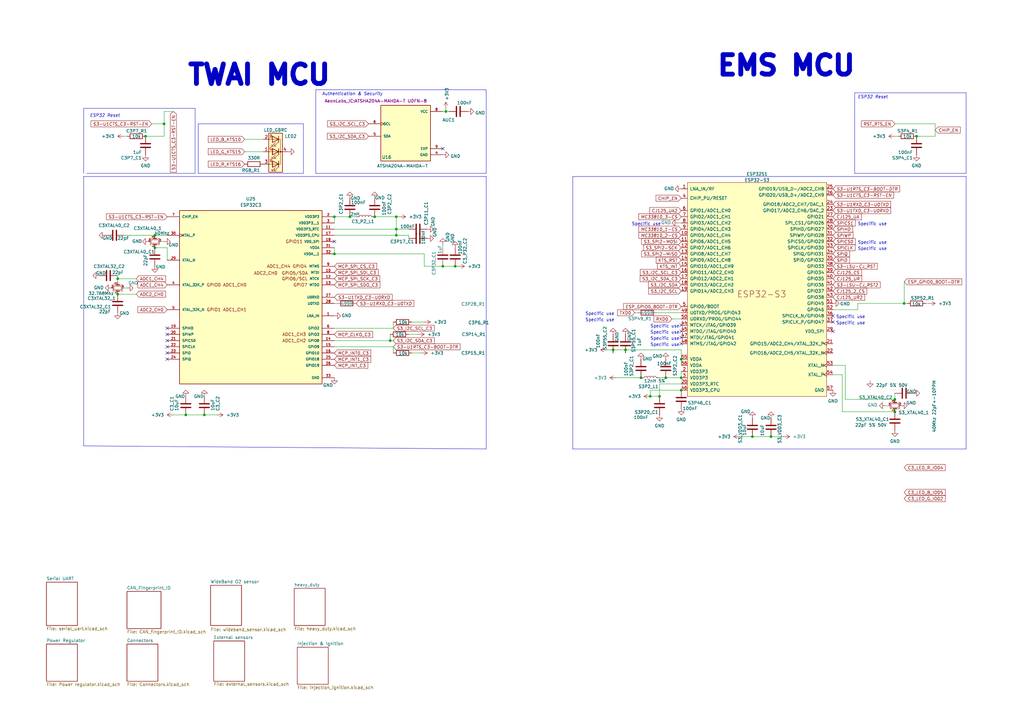
<source format=kicad_sch>
(kicad_sch (version 20240101) (generator "eeschema") (generator_version "8.99")
  (paper "A3")
  (title_block (title "OPEN ECU") (date "2023-12-11") (rev "12-2023") (company "WWW.AEONLABS.SCIENCE") (comment 1 "https://github.com/aeonSolutions/AeonLabs-AI-Volvo-MKII-Open-Hardware") (comment 2 "Creative Commons non commercial share alike"))
  (lib_symbols
    (symbol "+3V3_1" (power) (pin_names (offset 0))
      (property "Value" "+3V3_1" (at 0 3.556 0))
      (symbol "+3V3_1_1_1"
        (pin power_in line (at 0 0 90) (length 0) hide (name "+3V3") (number "1"))
      )
    )
    (symbol "AeonLabs_IC:ESP32C3" (pin_names (offset 1.016))
      (property "Reference" "U" (at -30.48 33.782 0))
      (property "Value" "ESP32C3" (at -10.414 -34.544 0))
      (symbol "ESP32C3_0_0"
        (pin bidirectional line (at 33.02 -10.16 180) (length 5.08) (name "LNA_IN") (number "1"))
        (pin bidirectional line (at 33.02 7.62 180) (length 5.08) (name "MTDI") (number "10"))
        (pin power_in line (at 33.02 25.4 180) (length 5.08) (name "VDD3P3_RTC") (number "11"))
        (pin bidirectional line (at 33.02 5.08 180) (length 5.08) (name "MTCK") (number "12"))
        (pin bidirectional line (at 33.02 2.54 180) (length 5.08) (name "MTDO") (number "13"))
        (pin bidirectional line (at 33.02 -20.32 180) (length 5.08) (name "GPIO8") (number "14"))
        (pin bidirectional line (at 33.02 -22.86 180) (length 5.08) (name "GPIO9") (number "15"))
        (pin bidirectional line (at 33.02 -25.4 180) (length 5.08) (name "GPIO10") (number "16"))
        (pin power_in line (at 33.02 22.86 180) (length 5.08) (name "VDD3P3_CPU") (number "17"))
        (pin power_in line (at 33.02 20.32 180) (length 5.08) (name "VDD_SPI") (number "18"))
        (pin bidirectional line (at -35.56 -15.24 0) (length 5.08) (name "SPIHD") (number "19"))
        (pin power_in line (at 33.02 30.48 180) (length 5.08) (name "VDD3P3") (number "2"))
        (pin bidirectional line (at -35.56 -17.78 0) (length 5.08) (name "SPIWP") (number "20"))
        (pin bidirectional line (at -35.56 -20.32 0) (length 5.08) (name "SPICS0") (number "21"))
        (pin bidirectional line (at -35.56 -22.86 0) (length 5.08) (name "SPICLK") (number "22"))
        (pin bidirectional line (at -35.56 -25.4 0) (length 5.08) (name "SPID") (number "23"))
        (pin bidirectional line (at -35.56 -27.94 0) (length 5.08) (name "SPIQ") (number "24"))
        (pin bidirectional line (at 33.02 -27.94 180) (length 5.08) (name "GPIO18") (number "25"))
        (pin bidirectional line (at 33.02 -30.48 180) (length 5.08) (name "GPIO19") (number "26"))
        (pin bidirectional line (at 33.02 -2.54 180) (length 5.08) (name "U0RXD") (number "27"))
        (pin bidirectional line (at 33.02 -5.08 180) (length 5.08) (name "U0TXD") (number "28"))
        (pin output line (at -35.56 12.7 0) (length 5.08) (name "XTAL_N") (number "29"))
        (pin power_in line (at 33.02 27.94 180) (length 5.08) (name "VDD3P3__1") (number "3"))
        (pin input clock (at -35.56 22.86 0) (length 5.08) (name "XTAL_P") (number "30"))
        (pin power_in line (at 33.02 17.78 180) (length 5.08) (name "VDDA") (number "31"))
        (pin power_in line (at 33.02 15.24 180) (length 5.08) (name "VDDA__1") (number "32"))
        (pin power_in line (at 33.02 -35.56 180) (length 5.08) (name "GND") (number "33"))
        (pin bidirectional line (at -35.56 2.54 0) (length 5.08) (name "XTAL_32K_P") (number "4"))
        (pin bidirectional line (at -35.56 -7.62 0) (length 5.08) (name "XTAL_32K_N") (number "5"))
        (pin bidirectional line (at 33.02 -15.24 180) (length 5.08) (name "GPIO2") (number "6"))
        (pin input line (at -35.56 30.48 0) (length 5.08) (name "CHIP_EN") (number "7"))
        (pin bidirectional line (at 33.02 -17.78 180) (length 5.08) (name "GPIO3") (number "8"))
        (pin bidirectional line (at 33.02 10.16 180) (length 5.08) (name "MTMS") (number "9"))
      )
      (symbol "ESP32C3_1_1"
        (text "ADC1_CH2" (at 16.51 -20.32 0) (effects (font (size 1.27 1.27))))
        (text "ADC1_CH3" (at 16.51 -17.78 0) (effects (font (size 1.27 1.27))))
        (text "ADC1_CH4" (at 10.16 10.16 0) (effects (font (size 1.27 1.27))))
        (text "ADC2_CH0" (at 4.826 7.366 0) (effects (font (size 1.27 1.27))))
        (text "GPIO0 ADC1_CH0" (at -11.176 2.54 0) (effects (font (size 1.27 1.27))))
        (text "GPIO1 ADC1_CH1" (at -11.176 -7.62 0) (effects (font (size 1.27 1.27))))
        (text "GPIO11" (at 16.51 20.32 0) (effects (font (size 1.27 1.27))))
        (text "GPIO4" (at 18.796 10.16 0) (effects (font (size 1.27 1.27))))
        (text "GPIO5/SDA" (at 16.764 7.366 0) (effects (font (size 1.27 1.27))))
        (text "GPIO6/SCL" (at 16.764 5.08 0) (effects (font (size 1.27 1.27))))
        (text "GPIO7" (at 19.05 2.54 0) (effects (font (size 1.27 1.27))))
      )
    )
    (symbol "Device:ATSHA204A-MAHDA-T" (pin_names (offset 1.016))
      (property "Reference" "U" (at -9.906 7.62 0))
      (property "Value" "ATSHA204A-MAHDA-T" (at -10.1854 -15.2654 0))
      (property "Footprint" "Package_SO:ATSHA204A Auth SOIC8" (at -7.112 14.478 0))
      (symbol "ATSHA204A-MAHDA-T_0_0"
        (pin power_in line (at 15.24 -10.16 180) (length 5.08) (name "GND") (number "4"))
        (pin bidirectional line (at -15.24 -2.54 0) (length 5.08) (name "SDA") (number "5"))
        (pin input clock (at -15.24 2.54 0) (length 5.08) (name "SCL") (number "6"))
        (pin power_in line (at 15.24 7.62 180) (length 5.08) (name "VCC") (number "8"))
        (pin power_in line (at 15.24 -7.62 180) (length 5.08) (name "EXP") (number "9"))
      )
    )
    (symbol "Device:C" (pin_numbers hide) (pin_names (offset 0.254))
      (property "Reference" "C" (at 0.635 2.54 0))
      (property "Value" "C" (at 0.635 -2.54 0))
      (symbol "C_1_1"
        (pin passive line (at 0 3.81 270) (length 2.794) (name "~") (number "1"))
        (pin passive line (at 0 -3.81 90) (length 2.794) (name "~") (number "2"))
      )
    )
    (symbol "Device:Crystal_GND24_Small" (pin_names (offset 1.016) hide)
      (property "Reference" "Y" (at 1.27 4.445 0))
      (property "Value" "Crystal_GND24_Small" (at 1.27 2.54 0))
      (symbol "Crystal_GND24_Small_1_1"
        (pin passive line (at -2.54 0 0) (length 1.27) (name "1") (number "1"))
        (pin passive line (at 0 -2.54 90) (length 0.635) (name "2") (number "2"))
        (pin passive line (at 2.54 0 180) (length 1.27) (name "3") (number "3"))
        (pin passive line (at 0 2.54 270) (length 0.635) (name "4") (number "4"))
      )
    )
    (symbol "Device:L" (pin_numbers hide) (pin_names (offset 1.016) hide)
      (property "Reference" "L" (at -1.27 0 90))
      (property "Value" "L" (at 1.905 0 90))
      (symbol "L_1_1"
        (pin passive line (at 0 3.81 270) (length 1.27) (name "1") (number "1"))
        (pin passive line (at 0 -3.81 90) (length 1.27) (name "2") (number "2"))
      )
    )
    (symbol "Device:LED_GBRC" (pin_names (offset 0) hide)
      (property "Reference" "D" (at 0 9.398 0))
      (property "Value" "Device_LED_GBRC" (at 0 -8.89 0))
      (symbol "LED_GBRC_0_0"
        (text "B" (at 1.905 -6.35 0) (effects (font (size 1.27 1.27))))
        (text "G" (at 1.905 -1.27 0) (effects (font (size 1.27 1.27))))
        (text "R" (at 1.905 3.81 0) (effects (font (size 1.27 1.27))))
      )
      (symbol "LED_GBRC_1_1"
        (pin passive line (at 5.08 0 180) (length 2.54) (name "GA") (number "1"))
        (pin passive line (at 5.08 -5.08 180) (length 2.54) (name "BA") (number "2"))
        (pin passive line (at 5.08 5.08 180) (length 2.54) (name "RA") (number "3"))
        (pin passive line (at -5.08 0 0) (length 2.54) (name "K") (number "4"))
      )
    )
    (symbol "Device:R" (pin_numbers hide) (pin_names (offset 0))
      (property "Reference" "R" (at 2.032 0 90))
      (property "Value" "R" (at 0 0 90))
      (symbol "R_1_1"
        (pin passive line (at 0 3.81 270) (length 1.27) (name "~") (number "1"))
        (pin passive line (at 0 -3.81 90) (length 1.27) (name "~") (number "2"))
      )
    )
    (symbol "Espressif:ESP32-S3" (pin_names (offset 1.016))
      (property "Reference" "U" (at 0 46.99 0))
      (property "Value" "ESP32-S3" (at 0 -43.18 0))
      (symbol "ESP32-S3_0_0"
        (text "ESP32-S3" (at 1.27 0 0) (effects (font (size 2.54 2.54))))
        (pin bidirectional line (at 30.48 -8.89 180) (length 2.54) (name "SPICLK_N/GPIO48") (number "36"))
        (pin bidirectional line (at 30.48 -11.43 180) (length 2.54) (name "SPICLK_P/GPIO47") (number "37"))
      )
      (symbol "ESP32-S3_1_1"
        (pin bidirectional line (at -31.75 43.18 0) (length 2.54) (name "LNA_IN/RF") (number "1"))
        (pin bidirectional line (at -31.75 24.13 0) (length 2.54) (name "GPIO5/ADC1_CH4") (number "10"))
        (pin bidirectional line (at -31.75 21.59 0) (length 2.54) (name "GPIO6/ADC1_CH5") (number "11"))
        (pin bidirectional line (at -31.75 19.05 0) (length 2.54) (name "GPIO7/ADC1_CH6") (number "12"))
        (pin bidirectional line (at -31.75 16.51 0) (length 2.54) (name "GPIO8/ADC1_CH7") (number "13"))
        (pin bidirectional line (at -31.75 13.97 0) (length 2.54) (name "GPIO9/ADC1_CH8") (number "14"))
        (pin bidirectional line (at -31.75 11.43 0) (length 2.54) (name "GPIO10/ADC1_CH9") (number "15"))
        (pin bidirectional line (at -31.75 8.89 0) (length 2.54) (name "GPIO11/ADC2_CH0") (number "16"))
        (pin bidirectional line (at -31.75 6.35 0) (length 2.54) (name "GPIO12/ADC2_CH1") (number "17"))
        (pin bidirectional line (at -31.75 3.81 0) (length 2.54) (name "GPIO13/ADC2_CH2") (number "18"))
        (pin bidirectional line (at -31.75 1.27 0) (length 2.54) (name "GPIO14/ADC2_CH3") (number "19"))
        (pin power_in line (at -31.75 -31.75 0) (length 2.54) (name "VDD3P3") (number "2"))
        (pin bidirectional line (at 30.48 24.13 180) (length 2.54) (name "SPIWP/GPIO28") (number "31"))
        (pin input clock (at 30.48 -20.32 180) (length 2.54) (name "GPIO15/ADC2_CH4/XTAL_32K_P") (number "21"))
        (pin output clock (at 30.48 -24.13 180) (length 2.54) (name "GPIO16/ADC2_CH5/XTAL_32K_N") (number "22"))
        (pin bidirectional line (at 30.48 34.29 180) (length 2.54) (name "GPIO17/ADC2_CH6/DAC_2") (number "23"))
        (pin bidirectional line (at 30.48 36.83 180) (length 2.54) (name "GPIO18/ADC2_CH7/DAC_1") (number "24"))
        (pin bidirectional line (at 30.48 43.18 180) (length 2.54) (name "GPIO19/USB_D-/ADC2_CH8") (number "25"))
        (pin bidirectional line (at 30.48 40.64 180) (length 2.54) (name "GPIO20/USB_D+/ADC2_CH9") (number "26"))
        (pin bidirectional line (at 30.48 31.75 180) (length 2.54) (name "GPIO21") (number "27"))
        (pin bidirectional line (at 30.48 29.21 180) (length 2.54) (name "SPI_CS1/GPIO26") (number "28"))
        (pin power_out line (at 30.48 -15.24 180) (length 2.54) (name "VDD_SPI") (number "29"))
        (pin bidirectional line (at 30.48 26.67 180) (length 2.54) (name "SPIHD/GPIO27") (number "30"))
        (pin bidirectional line (at 30.48 21.59 180) (length 2.54) (name "SPICS0/GPIO29") (number "32"))
        (pin power_in line (at -31.75 -36.83 0) (length 2.54) (name "VDD3P3_RTC") (number "20"))
        (pin power_in line (at -31.75 -34.29 0) (length 2.54) (name "VDD3P3") (number "3"))
        (pin bidirectional line (at 30.48 19.05 180) (length 2.54) (name "SPICLK/GPIO30") (number "33"))
        (pin bidirectional line (at 30.48 16.51 180) (length 2.54) (name "SPIQ/GPIO31") (number "34"))
        (pin bidirectional line (at 30.48 13.97 180) (length 2.54) (name "SPID/GPIO32") (number "35"))
        (pin bidirectional line (at 30.48 11.43 180) (length 2.54) (name "GPIO33") (number "38"))
        (pin bidirectional line (at 30.48 8.89 180) (length 2.54) (name "GPIO34") (number "39"))
        (pin input line (at -31.75 39.37 0) (length 2.54) (name "CHIP_PU/RESET") (number "4"))
        (pin bidirectional line (at 30.48 6.35 180) (length 2.54) (name "GPIO35") (number "40"))
        (pin bidirectional line (at 30.48 3.81 180) (length 2.54) (name "GPIO36") (number "41"))
        (pin bidirectional line (at 30.48 1.27 180) (length 2.54) (name "GPIO37") (number "42"))
        (pin bidirectional line (at 30.48 -1.27 180) (length 2.54) (name "GPIO38") (number "43"))
        (pin bidirectional line (at -31.75 -12.7 0) (length 2.54) (name "MTCK/JTAG/GPIO39") (number "44"))
        (pin bidirectional line (at -31.75 -15.24 0) (length 2.54) (name "MTDO/JTAG/GPIO40") (number "45"))
        (pin power_in line (at -31.75 -39.37 0) (length 2.54) (name "VDD3P3_CPU") (number "46"))
        (pin bidirectional line (at -31.75 -17.78 0) (length 2.54) (name "MTDI/JTAG/GPIO41") (number "47"))
        (pin bidirectional line (at -31.75 -20.32 0) (length 2.54) (name "MTMS/JTAG/GPIO42") (number "48"))
        (pin bidirectional line (at -31.75 -7.62 0) (length 2.54) (name "U0TXD/PROG/GPIO43") (number "49"))
        (pin bidirectional line (at -31.75 -5.08 0) (length 2.54) (name "GPIO0/BOOT") (number "5"))
        (pin bidirectional line (at -31.75 -10.16 0) (length 2.54) (name "U0RXD/PROG/GPIO44") (number "50"))
        (pin bidirectional line (at 30.48 -3.81 180) (length 2.54) (name "GPIO45") (number "51"))
        (pin bidirectional line (at 30.48 -6.35 180) (length 2.54) (name "GPIO46") (number "52"))
        (pin input clock (at 30.48 -29.21 180) (length 2.54) (name "XTAL_N") (number "53"))
        (pin output clock (at 30.48 -33.02 180) (length 2.54) (name "XTAL_P") (number "54"))
        (pin power_in line (at -31.75 -26.67 0) (length 2.54) (name "VDDA") (number "55"))
        (pin power_in line (at -31.75 -29.21 0) (length 2.54) (name "VDDA") (number "56"))
        (pin power_in line (at 30.48 -39.37 180) (length 2.54) (name "GND") (number "57"))
        (pin bidirectional line (at -31.75 34.29 0) (length 2.54) (name "GPIO1/ADC1_CH0") (number "6"))
        (pin bidirectional line (at -31.75 31.75 0) (length 2.54) (name "GPIO2/ADC1_CH1") (number "7"))
        (pin bidirectional line (at -31.75 29.21 0) (length 2.54) (name "GPIO3/ADC1_CH2") (number "8"))
        (pin bidirectional line (at -31.75 26.67 0) (length 2.54) (name "GPIO4/ADC1_CH3") (number "9"))
      )
    )
    (symbol "power:+3V3" (power) (pin_names (offset 0))
      (property "Value" "+3V3" (at 0 3.556 0))
      (symbol "+3V3_1_1"
        (pin power_in line (at 0 0 90) (length 0) hide (name "+3V3") (number "1"))
      )
    )
    (symbol "power:GND" (power) (pin_names (offset 0))
      (property "Value" "GND" (at 0 -3.81 0))
      (symbol "GND_1_1"
        (pin power_in line (at 0 0 270) (length 0) hide (name "GND") (number "1"))
      )
    )
  )
  (junction (at 153.67 88.9))
  (junction (at 256.54 143.51))
  (junction (at 83.82 170.18))
  (junction (at 48.26 114.3))
  (junction (at 266.7 162.56))
  (junction (at 143.51 88.9))
  (junction (at 367.03 163.83))
  (junction (at 162.56 93.98))
  (junction (at 137.16 88.9))
  (junction (at 63.5 101.6))
  (junction (at 316.23 179.07))
  (junction (at 162.56 88.9))
  (junction (at 137.16 104.14))
  (junction (at 160.02 139.7))
  (junction (at 59.69 55.88))
  (junction (at 262.89 154.94))
  (junction (at 63.5 96.52))
  (junction (at 273.05 154.94))
  (junction (at 48.26 120.65))
  (junction (at 162.56 96.52))
  (junction (at 182.88 45.72))
  (junction (at 181.61 109.22))
  (junction (at 370.84 124.46))
  (junction (at 308.61 179.07))
  (junction (at 76.2 170.18))
  (junction (at 186.69 109.22))
  (junction (at 367.03 168.91))
  (junction (at 279.4 147.32))
  (junction (at 67.31 50.8))
  (junction (at 375.92 55.88))
  (junction (at 279.4 160.02))
  (junction (at 270.51 162.56))
  (junction (at 279.4 154.94))
  (junction (at 251.46 143.51))
  (no_connect (at 341.63 132.08))
  (no_connect (at 341.63 135.89))
  (no_connect (at 279.4 133.35))
  (no_connect (at 279.4 135.89))
  (no_connect (at 68.58 144.78))
  (no_connect (at 68.58 134.62))
  (no_connect (at 279.4 138.43))
  (no_connect (at 341.63 129.54))
  (no_connect (at 68.58 147.32))
  (no_connect (at 68.58 139.7))
  (no_connect (at 181.61 60.96))
  (no_connect (at 68.58 142.24))
  (no_connect (at 279.4 140.97))
  (no_connect (at 68.58 137.16))
  (no_connect (at 137.16 99.06))
  (wire (pts (xy 279.4 152.4) (xy 279.4 154.94)))
  (wire (pts (xy 167.64 96.52) (xy 167.64 97.79)))
  (wire (pts (xy 346.71 149.86) (xy 346.71 163.83)))
  (wire (pts (xy 351.79 124.46) (xy 370.84 124.46)))
  (wire (pts (xy 252.73 154.94) (xy 262.89 154.94)))
  (wire (pts (xy 256.54 143.51) (xy 279.4 143.51)))
  (wire (pts (xy 137.16 93.98) (xy 162.56 93.98)))
  (wire (pts (xy 181.61 100.33) (xy 181.61 101.6)))
  (polyline (pts (xy 234.95 72.39) (xy 396.24 72.39)))
  (polyline (pts (xy 34.29 71.12) (xy 34.29 44.45)))
  (wire (pts (xy 67.31 45.72) (xy 71.12 45.72)))
  (wire (pts (xy 138.43 124.46) (xy 137.16 124.46)))
  (wire (pts (xy 160.02 137.16) (xy 160.02 139.7)))
  (wire (pts (xy 68.58 101.6) (xy 63.5 101.6)))
  (wire (pts (xy 107.95 57.15) (xy 100.33 57.15)))
  (wire (pts (xy 63.5 96.52) (xy 68.58 96.52)))
  (wire (pts (xy 341.63 149.86) (xy 346.71 149.86)))
  (wire (pts (xy 308.61 179.07) (xy 316.23 179.07)))
  (wire (pts (xy 100.33 62.23) (xy 107.95 62.23)))
  (wire (pts (xy 55.88 114.3) (xy 48.26 114.3)))
  (wire (pts (xy 275.59 130.81) (xy 279.4 130.81)))
  (wire (pts (xy 279.4 147.32) (xy 279.4 149.86)))
  (wire (pts (xy 383.54 50.8) (xy 383.54 55.88)))
  (wire (pts (xy 162.56 93.98) (xy 162.56 96.52)))
  (wire (pts (xy 161.29 142.24) (xy 161.29 144.78)))
  (polyline (pts (xy 396.24 38.1) (xy 396.24 71.12)))
  (wire (pts (xy 172.72 144.78) (xy 168.91 144.78)))
  (polyline (pts (xy 199.39 184.15) (xy 34.29 182.88)))
  (wire (pts (xy 181.61 45.72) (xy 182.88 45.72)))
  (wire (pts (xy 270.51 157.48) (xy 270.51 162.56)))
  (wire (pts (xy 161.29 134.62) (xy 137.16 134.62)))
  (wire (pts (xy 67.31 50.8) (xy 67.31 55.88)))
  (wire (pts (xy 341.63 127) (xy 351.79 127)))
  (polyline (pts (xy 396.24 71.12) (xy 350.52 71.12)))
  (wire (pts (xy 383.54 55.88) (xy 375.92 55.88)))
  (wire (pts (xy 279.4 157.48) (xy 270.51 157.48)))
  (wire (pts (xy 143.51 88.9) (xy 137.16 88.9)))
  (wire (pts (xy 266.7 162.56) (xy 266.7 160.02)))
  (wire (pts (xy 351.79 127) (xy 351.79 124.46)))
  (wire (pts (xy 173.99 104.14) (xy 173.99 109.22)))
  (wire (pts (xy 345.44 168.91) (xy 367.03 168.91)))
  (wire (pts (xy 173.99 132.08) (xy 168.91 132.08)))
  (wire (pts (xy 48.26 120.65) (xy 55.88 120.65)))
  (polyline (pts (xy 234.95 184.15) (xy 234.95 72.39)))
  (wire (pts (xy 381 124.46) (xy 379.73 124.46)))
  (polyline (pts (xy 350.52 38.1) (xy 396.24 38.1)))
  (wire (pts (xy 248.92 143.51) (xy 251.46 143.51)))
  (wire (pts (xy 50.8 118.11) (xy 52.07 118.11)))
  (wire (pts (xy 68.58 101.6) (xy 68.58 106.68)))
  (wire (pts (xy 367.03 55.88) (xy 368.3 55.88)))
  (wire (pts (xy 76.2 170.18) (xy 83.82 170.18)))
  (wire (pts (xy 137.16 101.6) (xy 137.16 104.14)))
  (polyline (pts (xy 124.46 71.12) (xy 124.46 50.8)))
  (wire (pts (xy 50.8 55.88) (xy 52.07 55.88)))
  (wire (pts (xy 171.45 137.16) (xy 167.64 137.16)))
  (wire (pts (xy 160.02 139.7) (xy 137.16 139.7)))
  (polyline (pts (xy 81.28 50.8) (xy 81.28 71.12)))
  (wire (pts (xy 266.7 160.02) (xy 279.4 160.02)))
  (wire (pts (xy 67.31 55.88) (xy 59.69 55.88)))
  (wire (pts (xy 162.56 93.98) (xy 167.64 93.98)))
  (polyline (pts (xy 396.24 184.15) (xy 234.95 184.15)))
  (wire (pts (xy 162.56 88.9) (xy 162.56 93.98)))
  (wire (pts (xy 270.51 154.94) (xy 273.05 154.94)))
  (wire (pts (xy 173.99 104.14) (xy 137.16 104.14)))
  (wire (pts (xy 256.54 144.78) (xy 256.54 143.51)))
  (polyline (pts (xy 199.39 71.12) (xy 129.54 71.12)))
  (wire (pts (xy 50.8 96.52) (xy 63.5 96.52)))
  (wire (pts (xy 187.96 109.22) (xy 186.69 109.22)))
  (wire (pts (xy 303.53 179.07) (xy 308.61 179.07)))
  (wire (pts (xy 66.04 99.06) (xy 67.31 99.06)))
  (polyline (pts (xy 34.29 182.88) (xy 34.29 72.39)))
  (wire (pts (xy 137.16 88.9) (xy 137.16 91.44)))
  (wire (pts (xy 269.24 128.27) (xy 279.4 128.27)))
  (wire (pts (xy 270.51 162.56) (xy 266.7 162.56)))
  (wire (pts (xy 173.99 109.22) (xy 181.61 109.22)))
  (wire (pts (xy 251.46 144.78) (xy 251.46 143.51)))
  (wire (pts (xy 345.44 168.91) (xy 345.44 153.67)))
  (wire (pts (xy 161.29 132.08) (xy 161.29 134.62)))
  (polyline (pts (xy 199.39 72.39) (xy 199.39 184.15)))
  (polyline (pts (xy 124.46 50.8) (xy 81.28 50.8)))
  (wire (pts (xy 137.16 142.24) (xy 161.29 142.24)))
  (polyline (pts (xy 199.39 36.83) (xy 199.39 71.12)))
  (wire (pts (xy 367.03 161.29) (xy 367.03 163.83)))
  (wire (pts (xy 83.82 170.18) (xy 88.9 170.18)))
  (wire (pts (xy 163.83 88.9) (xy 162.56 88.9)))
  (wire (pts (xy 71.12 170.18) (xy 76.2 170.18)))
  (polyline (pts (xy 34.29 72.39) (xy 199.39 72.39)))
  (polyline (pts (xy 80.01 44.45) (xy 80.01 71.12)))
  (wire (pts (xy 278.13 91.44) (xy 279.4 91.44)))
  (polyline (pts (xy 129.54 71.12) (xy 129.54 36.83)))
  (polyline (pts (xy 34.29 44.45) (xy 80.01 44.45)))
  (wire (pts (xy 182.88 45.72) (xy 184.15 45.72)))
  (wire (pts (xy 48.26 114.3) (xy 48.26 115.57)))
  (wire (pts (xy 316.23 179.07) (xy 321.31 179.07)))
  (wire (pts (xy 67.31 45.72) (xy 67.31 50.8)))
  (polyline (pts (xy 396.24 72.39) (xy 396.24 184.15)))
  (wire (pts (xy 181.61 109.22) (xy 186.69 109.22)))
  (polyline (pts (xy 80.01 71.12) (xy 35.56 71.12)))
  (wire (pts (xy 182.88 44.45) (xy 182.88 45.72)))
  (polyline (pts (xy 350.52 71.12) (xy 350.52 38.1)))
  (wire (pts (xy 256.54 143.51) (xy 251.46 143.51)))
  (polyline (pts (xy 81.28 71.12) (xy 124.46 71.12)))
  (wire (pts (xy 364.49 166.37) (xy 363.22 166.37)))
  (wire (pts (xy 62.23 50.8) (xy 67.31 50.8)))
  (wire (pts (xy 137.16 96.52) (xy 162.56 96.52)))
  (wire (pts (xy 146.05 88.9) (xy 143.51 88.9)))
  (wire (pts (xy 345.44 153.67) (xy 341.63 153.67)))
  (wire (pts (xy 279.4 143.51) (xy 279.4 147.32)))
  (wire (pts (xy 372.11 124.46) (xy 370.84 124.46)))
  (wire (pts (xy 367.03 50.8) (xy 383.54 50.8)))
  (polyline (pts (xy 129.54 36.83) (xy 199.39 36.83)))
  (wire (pts (xy 367.03 163.83) (xy 346.71 163.83)))
  (wire (pts (xy 162.56 88.9) (xy 153.67 88.9)))
  (wire (pts (xy 273.05 154.94) (xy 279.4 154.94)))
  (wire (pts (xy 260.35 128.27) (xy 261.62 128.27)))
  (wire (pts (xy 370.84 115.57) (xy 370.84 124.46)))
  (wire (pts (xy 162.56 96.52) (xy 167.64 96.52)))
  (wire (pts (xy 48.26 113.03) (xy 48.26 114.3)))
  (wire (pts (xy 161.29 139.7) (xy 160.02 139.7)))
  (text "Specific use" (at 351.79 102.87 0) (effects (font (size 1.27 1.27)) (justify left bottom)))
  (text "Specific use" (at 266.7 139.7 0) (effects (font (size 1.27 1.27)) (justify left bottom)))
  (text "Specific use" (at 259.08 92.71 0) (effects (font (size 1.27 1.27)) (justify left bottom)))
  (text "Specific use" (at 240.03 129.54 0) (effects (font (size 1.27 1.27)) (justify left bottom)))
  (text "Specific use" (at 266.7 137.16 0) (effects (font (size 1.27 1.27)) (justify left bottom)))
  (text "Specific use" (at 266.7 142.24 0) (effects (font (size 1.27 1.27)) (justify left bottom)))
  (text "Specific use" (at 342.9 133.35 0) (effects (font (size 1.27 1.27)) (justify left bottom)))
  (text "Specific use" (at 240.03 132.08 0) (effects (font (size 1.27 1.27)) (justify left bottom)))
  (text "Specific use" (at 266.7 134.62 0) (effects (font (size 1.27 1.27)) (justify left bottom)))
  (text "EMS MCU" (at 293.37 31.75 0) (effects (font (size 8 8) (thickness 2) (bold yes)) (justify left bottom)))
  (text "Specific use" (at 351.79 92.71 0) (effects (font (size 1.27 1.27)) (justify left bottom)))
  (text "ESP32 Reset" (at 36.83 48.26 0) (effects (font (size 1.27 1.27) (italic yes)) (justify left bottom)))
  (text "ESP32 Reset" (at 351.79 40.64 0) (effects (font (size 1.27 1.27) (italic yes)) (justify left bottom)))
  (text "Specific use" (at 342.9 130.81 0) (effects (font (size 1.27 1.27)) (justify left bottom)))
  (text "Specific use" (at 351.79 100.33 0) (effects (font (size 1.27 1.27)) (justify left bottom)))
  (text "TWAI MCU" (at 76.2 35.56 0) (effects (font (size 8 8) (thickness 2) (bold yes)) (justify left bottom)))
  (text "Authentication & Security" (at 132.08 39.37 0) (effects (font (size 1.27 1.27) (italic yes)) (justify left bottom)))
  (global_label "S3_I2C_SDA_C3" (shape input) (at 161.29 139.7 0) (property "Intersheetrefs" "${INTERSHEET_REFS}" (effects (hide yes))))
  (global_label "ADC2_CH0" (shape input) (at 55.88 120.65 0) (property "Intersheetrefs" "${INTERSHEET_REFS}" (effects (hide yes))))
  (global_label "SPIWP" (shape input) (at 341.63 96.52 0) (effects (font (italic yes))) (property "Intersheetrefs" "${INTERSHEET_REFS}" (effects (hide yes))))
  (global_label "MCP_INT1_C3" (shape input) (at 137.16 147.32 0) (property "Intersheetrefs" "${INTERSHEET_REFS}" (effects (hide yes))))
  (global_label "C3_LED_G_IO02" (shape input) (at 370.84 204.47 0) (property "Intersheetrefs" "${INTERSHEET_REFS}" (effects (hide yes))))
  (global_label "RXD0" (shape input) (at 275.59 130.81 180) (property "Intersheetrefs" "${INTERSHEET_REFS}" (effects (hide yes))))
  (global_label "ADC2_CH0" (shape input) (at 68.58 127 180) (property "Intersheetrefs" "${INTERSHEET_REFS}" (effects (hide yes))))
  (global_label "SPICS1" (shape input) (at 341.63 91.44 0) (effects (font (italic yes))) (property "Intersheetrefs" "${INTERSHEET_REFS}" (effects (hide yes))))
  (global_label "SPICS0" (shape input) (at 341.63 99.06 0) (effects (font (italic yes))) (property "Intersheetrefs" "${INTERSHEET_REFS}" (effects (hide yes))))
  (global_label "SPIHD" (shape input) (at 341.63 93.98 0) (effects (font (italic yes))) (property "Intersheetrefs" "${INTERSHEET_REFS}" (effects (hide yes))))
  (global_label "SPIQ" (shape input) (at 341.63 104.14 0) (effects (font (italic yes))) (property "Intersheetrefs" "${INTERSHEET_REFS}" (effects (hide yes))))
  (global_label "S3-U1RXD_C3-U0TXD" (shape input) (at 146.05 124.46 0) (effects (font (italic yes))) (property "Intersheetrefs" "${INTERSHEET_REFS}" (effects (hide yes))))
  (global_label "MCP_INT_C3" (shape input) (at 137.16 149.86 0) (property "Intersheetrefs" "${INTERSHEET_REFS}" (effects (hide yes))))
  (global_label "C3_LED_R_IO04" (shape input) (at 370.84 191.77 0) (property "Intersheetrefs" "${INTERSHEET_REFS}" (effects (hide yes))))
  (global_label "CJ125_UR" (shape input) (at 341.63 114.3 0) (effects (font (italic yes))) (property "Intersheetrefs" "${INTERSHEET_REFS}" (effects (hide yes))))
  (global_label "S3_SPI2-SCK" (shape input) (at 279.4 101.6 180) (property "Intersheetrefs" "${INTERSHEET_REFS}" (effects (hide yes))))
  (global_label "MCP_CLKO_C3" (shape input) (at 137.16 137.16 0) (property "Intersheetrefs" "${INTERSHEET_REFS}" (effects (hide yes))))
  (global_label "ESP_GPIO0_BOOT-DTR" (shape input) (at 370.84 115.57 0) (property "Intersheetrefs" "${INTERSHEET_REFS}" (effects (hide yes))))
  (global_label "S3_I2C_SCL_C3" (shape input) (at 161.29 134.62 0) (property "Intersheetrefs" "${INTERSHEET_REFS}" (effects (hide yes))))
  (global_label "CJ125_UA" (shape input) (at 341.63 88.9 0) (property "Intersheetrefs" "${INTERSHEET_REFS}" (effects (hide yes))))
  (global_label "S3-U1RXD_C3-U0TXD" (shape input) (at 341.63 83.82 0) (effects (font (italic yes))) (property "Intersheetrefs" "${INTERSHEET_REFS}" (effects (hide yes))))
  (global_label "TXD0" (shape input) (at 260.35 128.27 180) (property "Intersheetrefs" "${INTERSHEET_REFS}" (effects (hide yes))))
  (global_label "CJ125_2_CS" (shape input) (at 341.63 119.38 0) (property "Intersheetrefs" "${INTERSHEET_REFS}" (effects (hide yes))))
  (global_label "S3_I2C_SDA_C3" (shape input) (at 279.4 114.3 180) (property "Intersheetrefs" "${INTERSHEET_REFS}" (effects (hide yes))))
  (global_label "SPID" (shape input) (at 341.63 106.68 0) (effects (font (italic yes))) (property "Intersheetrefs" "${INTERSHEET_REFS}" (effects (hide yes))))
  (global_label "MC33810_3-CS" (shape input) (at 279.4 88.9 180) (effects (font (italic yes))) (property "Intersheetrefs" "${INTERSHEET_REFS}" (effects (hide yes))))
  (global_label "S3_SPI2-MISO" (shape input) (at 279.4 104.14 180) (property "Intersheetrefs" "${INTERSHEET_REFS}" (effects (hide yes))))
  (global_label "S3_I2C_SDA" (shape input) (at 279.4 116.84 180) (property "Intersheetrefs" "${INTERSHEET_REFS}" (effects (hide yes))))
  (global_label "S3-U1CTS_C3-RST-EN" (shape input) (at 68.58 88.9 180) (property "Intersheetrefs" "${INTERSHEET_REFS}" (effects (hide yes))))
  (global_label "S3_I2C_SCL" (shape input) (at 279.4 119.38 180) (property "Intersheetrefs" "${INTERSHEET_REFS}" (effects (hide yes))))
  (global_label "LED_G_KTS15" (shape input) (at 100.33 62.23 180) (property "Intersheetrefs" "${INTERSHEET_REFS}" (effects (hide yes))))
  (global_label "CJ125_CS" (shape input) (at 341.63 111.76 0) (effects (font (italic yes))) (property "Intersheetrefs" "${INTERSHEET_REFS}" (effects (hide yes))))
  (global_label "S3-LSU-CJ_RST2" (shape input) (at 341.63 116.84 0) (effects (font (italic yes))) (property "Intersheetrefs" "${INTERSHEET_REFS}" (effects (hide yes))))
  (global_label "MCP_SPI_SDO_C3" (shape input) (at 137.16 116.84 0) (property "Intersheetrefs" "${INTERSHEET_REFS}" (effects (hide yes))))
  (global_label "SPICLK" (shape input) (at 341.63 101.6 0) (effects (font (italic yes))) (property "Intersheetrefs" "${INTERSHEET_REFS}" (effects (hide yes))))
  (global_label "KTS_INT" (shape input) (at 279.4 109.22 180) (property "Intersheetrefs" "${INTERSHEET_REFS}" (effects (hide yes))))
  (global_label "LED_B_KTS10" (shape input) (at 100.33 57.15 180) (property "Intersheetrefs" "${INTERSHEET_REFS}" (effects (hide yes))))
  (global_label "MCP_SPI_CS_C3" (shape input) (at 137.16 109.22 0) (property "Intersheetrefs" "${INTERSHEET_REFS}" (effects (hide yes))))
  (global_label "KTS_RST" (shape input) (at 279.4 106.68 180) (property "Intersheetrefs" "${INTERSHEET_REFS}" (effects (hide yes))))
  (global_label "C3_LED_B_IO05" (shape input) (at 370.84 201.93 0) (property "Intersheetrefs" "${INTERSHEET_REFS}" (effects (hide yes))))
  (global_label "S3_I2C_SCL_C3" (shape input) (at 279.4 111.76 180) (property "Intersheetrefs" "${INTERSHEET_REFS}" (effects (hide yes))))
  (global_label "LED_R_KTS16" (shape input) (at 100.33 67.31 180) (property "Intersheetrefs" "${INTERSHEET_REFS}" (effects (hide yes))))
  (global_label "RST_RTS_EN" (shape input) (at 367.03 50.8 180) (property "Intersheetrefs" "${INTERSHEET_REFS}" (effects (hide yes))))
  (global_label "S3-U1TXD_C3-U0RXD" (shape input) (at 137.16 121.92 0) (effects (font (italic yes))) (property "Intersheetrefs" "${INTERSHEET_REFS}" (effects (hide yes))))
  (global_label "S3_I2C_SDA_C3" (shape input) (at 151.13 55.88 180) (property "Intersheetrefs" "${INTERSHEET_REFS}" (effects (hide yes))))
  (global_label "S3-U1CTS_C3-RST-EN" (shape input) (at 341.63 80.01 0) (effects (font (italic yes))) (property "Intersheetrefs" "${INTERSHEET_REFS}" (effects (hide yes))))
  (global_label "S3_SPI2-MOSI" (shape input) (at 279.4 99.06 180) (property "Intersheetrefs" "${INTERSHEET_REFS}" (effects (hide yes))))
  (global_label "ADC1_CH4" (shape input) (at 68.58 116.84 180) (property "Intersheetrefs" "${INTERSHEET_REFS}" (effects (hide yes))))
  (global_label "S3-U1RTS_C3-BOOT-DTR" (shape input) (at 161.29 142.24 0) (effects (font (italic yes))) (property "Intersheetrefs" "${INTERSHEET_REFS}" (effects (hide yes))))
  (global_label "CHIP_EN" (shape input) (at 279.4 81.28 180) (property "Intersheetrefs" "${INTERSHEET_REFS}" (effects (hide yes))))
  (global_label "CJ125_UR2" (shape input) (at 341.63 121.92 0) (property "Intersheetrefs" "${INTERSHEET_REFS}" (effects (hide yes))))
  (global_label "MC33810_2-CS" (shape input) (at 279.4 96.52 180) (effects (font (italic yes))) (property "Intersheetrefs" "${INTERSHEET_REFS}" (effects (hide yes))))
  (global_label "MCP_SPI_SCK_C3" (shape input) (at 137.16 114.3 0) (property "Intersheetrefs" "${INTERSHEET_REFS}" (effects (hide yes))))
  (global_label "ESP_GPIO0_BOOT-DTR" (shape input) (at 279.4 125.73 180) (property "Intersheetrefs" "${INTERSHEET_REFS}" (effects (hide yes))))
  (global_label "CJ125_UA2" (shape input) (at 279.4 86.36 180) (property "Intersheetrefs" "${INTERSHEET_REFS}" (effects (hide yes))))
  (global_label "S3-U1TXD_C3-U0RXD" (shape input) (at 341.63 86.36 0) (effects (font (italic yes))) (property "Intersheetrefs" "${INTERSHEET_REFS}" (effects (hide yes))))
  (global_label "S3-LSU-CJ_RST" (shape input) (at 341.63 109.22 0) (effects (font (italic yes))) (property "Intersheetrefs" "${INTERSHEET_REFS}" (effects (hide yes))))
  (global_label "S3_I2C_SCL_C3" (shape input) (at 151.13 50.8 180) (property "Intersheetrefs" "${INTERSHEET_REFS}" (effects (hide yes))))
  (global_label "MC33810_1-CS" (shape input) (at 279.4 93.98 180) (effects (font (italic yes))) (property "Intersheetrefs" "${INTERSHEET_REFS}" (effects (hide yes))))
  (global_label "MCP_INT0_C3" (shape input) (at 137.16 144.78 0) (property "Intersheetrefs" "${INTERSHEET_REFS}" (effects (hide yes))))
  (global_label "S3-U1RTS_C3-BOOT-DTR" (shape input) (at 341.63 77.47 0) (effects (font (italic yes))) (property "Intersheetrefs" "${INTERSHEET_REFS}" (effects (hide yes))))
  (global_label "ADC1_CH4" (shape input) (at 55.88 114.3 0) (property "Intersheetrefs" "${INTERSHEET_REFS}" (effects (hide yes))))
  (global_label "MCP_SPI_SDI_C3" (shape input) (at 137.16 111.76 0) (property "Intersheetrefs" "${INTERSHEET_REFS}" (effects (hide yes))))
  (global_label "S3-U1CTS_C3-RST-EN" (shape input) (at 62.23 50.8 180) (effects (font (italic yes))) (property "Intersheetrefs" "${INTERSHEET_REFS}" (effects (hide yes))))
  (global_label "CHIP_EN" (shape input) (at 383.54 53.34 0) (property "Intersheetrefs" "${INTERSHEET_REFS}" (effects (hide yes))))
  (global_label "S3-U1CTS_C3-RST-EN" (shape input) (at 71.12 45.72 270) (property "Intersheetrefs" "${INTERSHEET_REFS}" (effects (hide yes))))
  (symbol (lib_id "power:+3V3") (at 182.88 44.45 0) (unit 1)
    (property "Reference" "#PWR011" (effects (hide yes)))
    (property "Value" "+3V3" (at 183.261 41.1988 90) (effects (justify left)))
  )
  (symbol (lib_id "Device:C") (at 262.89 151.13 0) (mirror x) (unit 1)
    (property "Reference" "S3P2_C1" (at 259.0038 145.8214 90) (effects (justify left)))
    (property "Value" "100nF" (at 256.794 148.2344 90) (effects (justify left)))
    (property "Footprint" "Capacitor_SMD:C_0603_1608Metric" (effects (hide yes)))
  )
  (symbol (lib_id "Device:C") (at 308.61 175.26 0) (mirror x) (unit 1)
    (property "Reference" "S3_VDD3_C1" (at 303.6062 169.9514 90) (effects (justify left)))
    (property "Value" "10uF" (at 305.3334 173.7868 90) (effects (justify left)))
    (property "Footprint" "Capacitor_SMD:C_0805_2012Metric" (effects (hide yes)))
  )
  (symbol (lib_id "Device:C") (at 186.69 105.41 0) (mirror y) (unit 1)
    (property "Reference" "C3_P32_C2" (at 190.7286 108.3056 90) (effects (justify left)))
    (property "Value" "100nF" (at 188.722 104.4194 90) (effects (justify left)))
    (property "Footprint" "Capacitor_SMD:C_0603_1608Metric" (effects (hide yes)))
  )
  (symbol (lib_id "Device:R") (at 163.83 137.16 270) (unit 1)
    (property "Reference" "C3P14_R1" (at 194.31 137.16 90))
    (property "Value" "10k" (at 164.0332 137.2362 90))
    (property "Footprint" "Resistor_SMD:R_0603_1608Metric" (effects (hide yes)))
  )
  (symbol (lib_name "+3V3_1") (lib_id "power:+3V3") (at 381 124.46 270) (unit 1)
    (property "Reference" "#PWR05" (effects (hide yes)))
    (property "Value" "+3V3" (at 384.8608 124.46 90) (effects (justify left)))
  )
  (symbol (lib_id "Device:R") (at 55.88 55.88 90) (unit 1)
    (property "Reference" "C3P7_R1" (at 56.0324 53.6956 90))
    (property "Value" "10k" (at 55.9816 55.9816 90))
    (property "Footprint" "Resistor_SMD:R_0603_1608Metric" (effects (hide yes)))
  )
  (symbol (lib_id "power:GND") (at 63.5 109.22 0) (mirror y) (unit 1)
    (property "Reference" "#PWR022" (effects (hide yes)))
    (property "Value" "GND" (at 65.8622 109.4486 0))
  )
  (symbol (lib_id "Device:C") (at 171.45 97.79 90) (mirror x) (unit 1)
    (property "Reference" "C3P17_C1" (at 169.8498 99.0854 90) (effects (justify left)))
    (property "Value" "100nF" (at 173.6344 94.234 0) (effects (justify left)))
    (property "Footprint" "Capacitor_SMD:C_0603_1608Metric" (effects (hide yes)))
  )
  (symbol (lib_id "power:GND") (at 40.64 113.03 270) (mirror x) (unit 1)
    (property "Reference" "#PWR07" (effects (hide yes)))
    (property "Value" "GND" (at 41.402 112.014 90))
  )
  (symbol (lib_id "AeonLabs_IC:ESP32C3") (at 104.14 119.38 0) (unit 1)
    (property "Reference" "U25" (at 102.87 81.5594 0))
    (property "Value" "ESP32C3" (at 102.87 84.0994 0))
    (property "Footprint" "AeonLabs_IC:ESP32 C3" (effects (hide yes)))
    (property "Description" "\nWiFi Modules (802.11) (Engineering Samples Only) SMD IC ESP32-C3, RISC-V single-core MCU, 2.4G Wi-Fi & BLE 5.0 combo, QFN 32-pin, 5*5 mm, 40 ~ 105C\n" (effects (hide yes)))
    (property "MF" "Espressif Systems" (effects (hide yes)))
    (property "Package" "VFQFN-32 Espressif Systems" (effects (hide yes)))
    (property "Price" "None" (effects (hide yes)))
    (property "SnapEDA_Link" "https://www.snapeda.com/parts/ESP32-C3/Espressif+Systems/view-part/?ref=snap" (effects (hide yes)))
    (property "MP" "ESP32-C3" (effects (hide yes)))
    (property "Purchase-URL" "https://www.snapeda.com/api/url_track_click_mouser/?unipart_id=5833677&manufacturer=Espressif Systems&part_name=ESP32-C3&search_term=None" (effects (hide yes)))
    (property "Availability" "In Stock" (effects (hide yes)))
    (property "Check_prices" "https://www.snapeda.com/parts/ESP32-C3/Espressif+Systems/view-part/?ref=eda" (effects (hide yes)))
    (property "Description_1" "\nWiFi Modules (802.11) (Engineering Samples Only) SMD IC ESP32-C3, RISC-V single-core MCU, 2.4G Wi-Fi & BLE 5.0 combo, QFN 32-pin, 5*5 mm, 40 ~ 105C\n" (effects (hide yes)))
  )
  (symbol (lib_id "power:GND") (at 76.2 162.56 0) (mirror x) (unit 1)
    (property "Reference" "#PWR024" (effects (hide yes)))
    (property "Value" "GND" (at 73.914 162.56 0))
  )
  (symbol (lib_id "Device:C") (at 63.5 105.41 0) (mirror y) (unit 1)
    (property "Reference" "C3XTAL40_C1" (at 63.4746 103.2764 0) (effects (justify left)))
    (property "Value" "22pF" (at 59.69 109.1946 90) (effects (justify left)))
    (property "Footprint" "Capacitor_SMD:C_0603_1608Metric" (effects (hide yes)))
  )
  (symbol (lib_id "power:GND") (at 175.26 97.79 90) (mirror x) (unit 1)
    (property "Reference" "#PWR033" (effects (hide yes)))
    (property "Value" "GND" (at 178.308 95.25 0))
  )
  (symbol (lib_name "+3V3_1") (lib_id "power:+3V3") (at 303.53 179.07 90) (mirror x) (unit 1)
    (property "Reference" "#PWR030" (effects (hide yes)))
    (property "Value" "+3V3" (at 299.6692 179.07 90) (effects (justify left)))
  )
  (symbol (lib_id "Device:C") (at 171.45 93.98 90) (mirror x) (unit 1)
    (property "Reference" "C3P11_C1" (at 174.7774 82.6262 0) (effects (justify left)))
    (property "Value" "100nF" (at 170.2054 92.9132 90) (effects (justify left)))
    (property "Footprint" "Capacitor_SMD:C_0603_1608Metric" (effects (hide yes)))
  )
  (symbol (lib_name "+3V3_1") (lib_id "power:+3V3") (at 367.03 55.88 90) (mirror x) (unit 1)
    (property "Reference" "#PWR026" (effects (hide yes)))
    (property "Value" "+3V3" (at 363.1692 55.88 90) (effects (justify left)))
  )
  (symbol (lib_id "power:GND") (at 356.87 156.21 0) (unit 1)
    (property "Reference" "#PWR0270" (effects (hide yes)))
    (property "Value" "GND" (effects (hide yes)))
  )
  (symbol (lib_id "power:GND") (at 270.51 170.18 0) (unit 1)
    (property "Reference" "#PWR0261" (effects (hide yes)))
    (property "Value" "GND" (at 270.51 174.6234 0))
  )
  (symbol (lib_id "Device:C") (at 270.51 166.37 0) (unit 1)
    (property "Reference" "S3P20_C1" (at 260.2484 169.0624 0) (effects (justify left)))
    (property "Value" "100nF" (at 259.8674 171.196 0) (effects (justify left)))
    (property "Footprint" "Capacitor_SMD:C_0603_1608Metric" (effects (hide yes)))
  )
  (symbol (lib_id "Device:C") (at 316.23 175.26 0) (mirror x) (unit 1)
    (property "Reference" "S3_VDD3_C3" (at 319.7606 170.0022 90) (effects (justify left)))
    (property "Value" "10uF" (at 312.674 174.0408 90) (effects (justify left)))
    (property "Footprint" "Capacitor_SMD:C_0805_2012Metric" (effects (hide yes)))
  )
  (symbol (lib_id "Device:R") (at 265.43 128.27 90) (unit 1)
    (property "Reference" "S3P49_R1" (at 262.4582 130.683 90))
    (property "Value" "499R" (at 265.4046 128.3716 90))
    (property "Footprint" "Resistor_SMD:R_0603_1608Metric" (effects (hide yes)))
  )
  (symbol (lib_id "power:GND") (at 316.23 171.45 0) (mirror x) (unit 1)
    (property "Reference" "#PWR0260" (effects (hide yes)))
    (property "Value" "GND" (at 313.944 171.45 0))
  )
  (symbol (lib_id "power:GND") (at 83.82 162.56 0) (mirror x) (unit 1)
    (property "Reference" "#PWR025" (effects (hide yes)))
    (property "Value" "GND" (at 81.534 162.56 0))
  )
  (symbol (lib_name "+3V3_1") (lib_id "power:+3V3") (at 163.83 88.9 270) (mirror x) (unit 1)
    (property "Reference" "#PWR043" (effects (hide yes)))
    (property "Value" "+3V3" (at 167.6908 88.9 90) (effects (justify left)))
  )
  (symbol (lib_id "power:GND") (at 45.72 118.11 270) (mirror x) (unit 1)
    (property "Reference" "#PWR018" (effects (hide yes)))
    (property "Value" "GND" (at 40.513 117.983 90))
  )
  (symbol (lib_name "+3V3_1") (lib_id "power:+3V3") (at 187.96 109.22 270) (mirror x) (unit 1)
    (property "Reference" "#PWR042" (effects (hide yes)))
    (property "Value" "+3V3" (at 191.8208 109.22 90) (effects (justify left)))
  )
  (symbol (lib_id "power:GND") (at 48.26 128.27 0) (mirror y) (unit 1)
    (property "Reference" "#PWR019" (effects (hide yes)))
    (property "Value" "GND" (at 51.0032 128.4732 0))
  )
  (symbol (lib_id "power:GND") (at 341.63 160.02 0) (unit 1)
    (property "Reference" "#PWR0268" (effects (hide yes)))
    (property "Value" "GND" (at 341.63 164.4634 0))
  )
  (symbol (lib_id "power:GND") (at 67.31 99.06 90) (mirror x) (unit 1)
    (property "Reference" "#PWR023" (effects (hide yes)))
    (property "Value" "GND" (at 69.1388 100.4824 90) (effects (justify right)))
  )
  (symbol (lib_id "Device:LED_GBRC") (at 113.03 62.23 180) (unit 1)
    (property "Reference" "LED2" (at 119.253 55.88 0))
    (property "Value" "LED_GBRC" (at 113.03 53.34 0))
    (property "Footprint" "AeonLabs_Power:LED_1206_3210_RGB_Metric" (effects (hide yes)))
  )
  (symbol (lib_id "Device:C") (at 375.92 59.69 180) (unit 1)
    (property "Reference" "S3P4_C1" (at 374.396 64.77 0) (effects (justify left)))
    (property "Value" "100nF" (at 374.396 62.484 0) (effects (justify left)))
    (property "Footprint" "Capacitor_SMD:C_0603_1608Metric" (effects (hide yes)))
  )
  (symbol (lib_id "power:GND") (at 118.11 62.23 90) (unit 1)
    (property "Reference" "#PWR03" (effects (hide yes)))
    (property "Value" "GND" (effects (hide yes)))
  )
  (symbol (lib_id "power:GND") (at 278.13 91.44 270) (unit 1)
    (property "Reference" "#PWR0264" (effects (hide yes)))
    (property "Value" "GND" (at 275.209 91.313 90) (effects (justify right)))
  )
  (symbol (lib_id "Device:Crystal_GND24_Small") (at 367.03 166.37 90) (unit 1)
    (property "Reference" "S3_XTAL40_1" (at 374.7516 169.2148 90))
    (property "Value" "40Mhz 22pF+-10PPM" (at 383.159 166.624 0))
    (property "Footprint" "Crystal:Crystal_SMD_3225-4Pin_3.2x2.5mm" (effects (hide yes)))
  )
  (symbol (lib_id "power:GND") (at 191.77 45.72 90) (unit 1)
    (property "Reference" "#PWR017" (effects (hide yes)))
    (property "Value" "GND" (at 194.8942 46.2788 90) (effects (justify right)))
  )
  (symbol (lib_id "power:GND") (at 153.67 81.28 180) (unit 1)
    (property "Reference" "#PWR029" (effects (hide yes)))
    (property "Value" "GND" (at 155.8036 81.1022 0))
  )
  (symbol (lib_id "power:GND") (at 137.16 154.94 0) (mirror y) (unit 1)
    (property "Reference" "#PWR027" (effects (hide yes)))
    (property "Value" "GND" (at 134.5184 157.9626 0))
  )
  (symbol (lib_id "Device:L") (at 149.86 88.9 270) (mirror x) (unit 1)
    (property "Reference" "C3_P2_L1" (at 148.8694 90.8304 90))
    (property "Value" "2nH" (at 145.6182 87.8078 90))
    (property "Footprint" "Inductor_SMD:L_0805_2012Metric" (effects (hide yes)))
  )
  (symbol (lib_id "power:GND") (at 251.46 137.16 180) (unit 1)
    (property "Reference" "#PWR0203" (effects (hide yes)))
    (property "Value" "GND" (at 253.0094 140.1572 90) (effects (justify right)))
  )
  (symbol (lib_id "Device:R") (at 165.1 144.78 270) (unit 1)
    (property "Reference" "C3P15_R1" (at 194.056 144.78 90))
    (property "Value" "10k" (at 165.3032 144.8562 90))
    (property "Footprint" "Resistor_SMD:R_0603_1608Metric" (effects (hide yes)))
  )
  (symbol (lib_id "power:GND") (at 363.22 166.37 270) (unit 1)
    (property "Reference" "#PWR0273" (effects (hide yes)))
    (property "Value" "GND" (at 359.918 166.116 90) (effects (justify right)))
  )
  (symbol (lib_id "power:GND") (at 175.26 93.98 90) (mirror x) (unit 1)
    (property "Reference" "#PWR032" (effects (hide yes)))
    (property "Value" "GND" (at 177.5968 90.9066 0))
  )
  (symbol (lib_id "Device:ATSHA204A-MAHDA-T") (at 166.37 53.34 0) (unit 1)
    (property "Reference" "U16" (at 158.5976 64.4398 0))
    (property "Value" "ATSHA204A-MAHDA-T" (at 165.0746 68.0466 0))
    (property "Footprint" "AeonLabs_IC:ATSHA204A-MAHDA-T UDFN-8" (at 154.1018 41.402 0))
    (property "MANUFACTURER" "Microchip" (effects (hide yes)))
    (property "STANDARD" "Manufacturer recommendation" (effects (hide yes)))
    (property "PART_REV" "A" (effects (hide yes)))
  )
  (symbol (lib_id "Device:C") (at 279.4 163.83 0) (unit 1)
    (property "Reference" "S3P46_C1" (at 282.067 165.227 0) (effects (justify left)))
    (property "Value" "100nF" (at 279.9842 167.5384 0) (effects (justify left)))
    (property "Footprint" "Capacitor_SMD:C_0603_1608Metric" (effects (hide yes)))
  )
  (symbol (lib_id "Device:C") (at 153.67 85.09 180) (unit 1)
    (property "Reference" "C3P2_C2" (at 159.766 79.4258 90) (effects (justify left)))
    (property "Value" "100nF" (at 157.5562 82.3468 90) (effects (justify left)))
    (property "Footprint" "Capacitor_SMD:C_0603_1608Metric" (effects (hide yes)))
  )
  (symbol (lib_id "power:GND") (at 52.07 118.11 90) (mirror x) (unit 1)
    (property "Reference" "#PWR020" (effects (hide yes)))
    (property "Value" "GND" (at 52.6034 116.0272 90) (effects (justify right)))
  )
  (symbol (lib_name "+3V3_1") (lib_id "power:+3V3") (at 171.45 137.16 270) (mirror x) (unit 1)
    (property "Reference" "#PWR039" (effects (hide yes)))
    (property "Value" "+3V3" (at 175.3108 137.16 90) (effects (justify left)))
  )
  (symbol (lib_id "Device:R") (at 142.24 124.46 270) (mirror x) (unit 1)
    (property "Reference" "C3P28_R1" (at 194.056 124.714 90))
    (property "Value" "499R" (at 142.2654 124.5616 90))
    (property "Footprint" "Resistor_SMD:R_0603_1608Metric" (effects (hide yes)))
  )
  (symbol (lib_name "+3V3_1") (lib_id "power:+3V3") (at 172.72 144.78 270) (mirror x) (unit 1)
    (property "Reference" "#PWR041" (effects (hide yes)))
    (property "Value" "+3V3" (at 176.5808 144.78 90) (effects (justify left)))
  )
  (symbol (lib_id "Device:C") (at 367.03 172.72 0) (unit 1)
    (property "Reference" "S3_XTAL40_C1" (at 350.9264 171.958 0) (effects (justify left)))
    (property "Value" "22pF 5% 50V" (at 350.6724 174.3202 0) (effects (justify left)))
    (property "Footprint" "Capacitor_SMD:C_0603_1608Metric" (effects (hide yes)))
  )
  (symbol (lib_id "power:GND") (at 181.61 63.5 90) (unit 1)
    (property "Reference" "#PWR016" (effects (hide yes)))
    (property "Value" "GND" (at 184.7342 64.0588 90) (effects (justify right)))
  )
  (symbol (lib_id "power:GND") (at 341.63 124.46 90) (unit 1)
    (property "Reference" "#PWR0267" (effects (hide yes)))
    (property "Value" "GND" (at 344.551 124.587 90) (effects (justify right)))
  )
  (symbol (lib_id "power:GND") (at 308.61 171.45 0) (mirror x) (unit 1)
    (property "Reference" "#PWR0257" (effects (hide yes)))
    (property "Value" "GND" (at 305.8414 168.8084 0))
  )
  (symbol (lib_id "Device:C") (at 44.45 113.03 270) (mirror x) (unit 1)
    (property "Reference" "C3XTAL32_C2" (at 38.3286 109.2708 90) (effects (justify left)))
    (property "Value" "22pF" (at 45.9486 111.76 90) (effects (justify left)))
    (property "Footprint" "Capacitor_SMD:C_0603_1608Metric" (effects (hide yes)))
  )
  (symbol (lib_name "+3V3_1") (lib_id "power:+3V3") (at 266.7 162.56 90) (unit 1)
    (property "Reference" "#PWR059" (effects (hide yes)))
    (property "Value" "+3V3" (at 262.8392 162.56 90) (effects (justify left)))
  )
  (symbol (lib_id "power:GND") (at 367.03 176.53 0) (unit 1)
    (property "Reference" "#PWR0275" (effects (hide yes)))
    (property "Value" "GND" (at 367.03 180.9734 0))
  )
  (symbol (lib_id "Device:C") (at 143.51 85.09 180) (unit 1)
    (property "Reference" "C3P2_C1" (at 139.8778 79.2734 90) (effects (justify left)))
    (property "Value" "100nF" (at 150.0378 83.0834 0) (effects (justify left)))
    (property "Footprint" "Capacitor_SMD:C_0603_1608Metric" (effects (hide yes)))
  )
  (symbol (lib_id "Device:Crystal_GND24_Small") (at 48.26 118.11 270) (mirror x) (unit 1)
    (property "Reference" "C3XTAL32_1" (at 41.656 122.3518 90))
    (property "Value" "32.768Mhz" (at 41.4782 120.3452 90))
    (property "Footprint" "Crystal:Crystal_SMD_3225-4Pin_3.2x2.5mm" (effects (hide yes)))
  )
  (symbol (lib_name "+3V3_1") (lib_id "power:+3V3") (at 88.9 170.18 270) (unit 1)
    (property "Reference" "#PWR038" (effects (hide yes)))
    (property "Value" "+3V3" (at 92.7608 170.18 90) (effects (justify left)))
  )
  (symbol (lib_id "Device:C") (at 251.46 140.97 0) (unit 1)
    (property "Reference" "S3P55_C2" (at 248.1072 143.5608 90) (effects (justify left)))
    (property "Value" "100nF" (at 245.3132 142.8496 90) (effects (justify left)))
    (property "Footprint" "Capacitor_SMD:C_0603_1608Metric" (effects (hide yes)))
  )
  (symbol (lib_id "Device:R") (at 375.92 124.46 270) (unit 1)
    (property "Reference" "S3P52_R1" (at 378.3838 122.2502 90))
    (property "Value" "10k" (at 375.8946 124.714 90))
    (property "Footprint" "Resistor_SMD:R_0603_1608Metric" (effects (hide yes)))
  )
  (symbol (lib_id "power:GND") (at 143.51 81.28 180) (unit 1)
    (property "Reference" "#PWR028" (effects (hide yes)))
    (property "Value" "GND" (at 145.796 81.28 0))
  )
  (symbol (lib_id "Device:C") (at 46.99 96.52 270) (mirror x) (unit 1)
    (property "Reference" "C3XTAL40_C2" (at 40.3606 92.4814 90) (effects (justify left)))
    (property "Value" "22pF" (at 48.133 97.7138 90) (effects (justify left)))
    (property "Footprint" "Capacitor_SMD:C_0603_1608Metric" (effects (hide yes)))
  )
  (symbol (lib_id "Device:C") (at 370.84 161.29 90) (unit 1)
    (property "Reference" "S3_XTAL40_C2" (at 366.014 162.9918 90) (effects (justify left)))
    (property "Value" "22pF 5% 50V" (at 372.237 157.988 90) (effects (justify left)))
    (property "Footprint" "Capacitor_SMD:C_0603_1608Metric" (effects (hide yes)))
  )
  (symbol (lib_id "Device:C") (at 83.82 166.37 0) (mirror x) (unit 1)
    (property "Reference" "C3_C2" (at 89.3064 162.433 90) (effects (justify left)))
    (property "Value" "10uF" (at 87.2744 163.6268 90) (effects (justify left)))
    (property "Footprint" "Capacitor_SMD:C_0805_2012Metric" (effects (hide yes)))
  )
  (symbol (lib_id "power:GND") (at 279.4 167.64 0) (unit 1)
    (property "Reference" "#PWR0265" (effects (hide yes)))
    (property "Value" "GND" (at 279.4 172.0834 0))
  )
  (symbol (lib_name "+3V3_1") (lib_id "power:+3V3") (at 50.8 55.88 90) (mirror x) (unit 1)
    (property "Reference" "#PWR031" (effects (hide yes)))
    (property "Value" "+3V3" (at 46.9392 55.88 90) (effects (justify left)))
  )
  (symbol (lib_id "power:GND") (at 60.96 99.06 270) (mirror x) (unit 1)
    (property "Reference" "#PWR021" (effects (hide yes)))
    (property "Value" "GND" (at 56.2356 98.9584 90))
  )
  (symbol (lib_id "Device:R") (at 165.1 132.08 270) (unit 1)
    (property "Reference" "C3P6_R1" (at 196.342 132.334 90))
    (property "Value" "10k" (at 165.3032 132.1562 90))
    (property "Footprint" "Resistor_SMD:R_0603_1608Metric" (effects (hide yes)))
  )
  (symbol (lib_name "+3V3_1") (lib_id "power:+3V3") (at 71.12 170.18 90) (mirror x) (unit 1)
    (property "Reference" "#PWR037" (effects (hide yes)))
    (property "Value" "+3V3" (at 67.2592 170.18 90) (effects (justify left)))
  )
  (symbol (lib_id "power:GND") (at 375.92 63.5 0) (unit 1)
    (property "Reference" "#PWR0175" (effects (hide yes)))
    (property "Value" "GND" (at 375.92 67.9434 0))
  )
  (symbol (lib_id "Device:L") (at 266.7 154.94 90) (unit 1)
    (property "Reference" "S3P2_L1" (at 265.9634 158.5468 90))
    (property "Value" "12nH 5%" (at 268.478 156.21 90))
    (property "Footprint" "Inductor_SMD:L_0805_2012Metric" (effects (hide yes)))
  )
  (symbol (lib_id "power:GND") (at 279.4 77.47 270) (unit 1)
    (property "Reference" "#PWR02" (effects (hide yes)))
    (property "Value" "GND" (at 276.479 77.343 90) (effects (justify right)))
  )
  (symbol (lib_name "+3V3_1") (lib_id "power:+3V3") (at 173.99 132.08 270) (mirror x) (unit 1)
    (property "Reference" "#PWR040" (effects (hide yes)))
    (property "Value" "+3V3" (at 177.8508 132.08 90) (effects (justify left)))
  )
  (symbol (lib_id "Device:C") (at 181.61 105.41 0) (mirror y) (unit 1)
    (property "Reference" "C3P32_C1" (at 177.927 112.8776 90) (effects (justify left)))
    (property "Value" "1uF" (at 180.3908 104.1146 90) (effects (justify left)))
    (property "Footprint" "Capacitor_SMD:C_0805_2012Metric" (effects (hide yes)))
  )
  (symbol (lib_id "Device:C") (at 59.69 59.69 180) (unit 1)
    (property "Reference" "C3P7_C1" (at 58.166 64.77 0) (effects (justify left)))
    (property "Value" "1uF" (at 58.166 62.484 0) (effects (justify left)))
    (property "Footprint" "Capacitor_SMD:C_0603_1608Metric" (effects (hide yes)))
  )
  (symbol (lib_id "power:GND") (at 374.65 161.29 90) (unit 1)
    (property "Reference" "#PWR0278" (effects (hide yes)))
    (property "Value" "GND" (at 373.8372 160.5788 90))
  )
  (symbol (lib_id "Device:R") (at 372.11 55.88 90) (unit 1)
    (property "Reference" "S3P4_R1" (at 372.2624 53.6956 90))
    (property "Value" "10k" (at 372.2116 55.9816 90))
    (property "Footprint" "Resistor_SMD:R_0603_1608Metric" (effects (hide yes)))
  )
  (symbol (lib_id "power:GND") (at 256.54 137.16 180) (unit 1)
    (property "Reference" "#PWR0204" (effects (hide yes)))
    (property "Value" "GND" (at 258.1656 139.9286 90) (effects (justify right)))
  )
  (symbol (lib_id "power:GND") (at 186.69 101.6 0) (mirror x) (unit 1)
    (property "Reference" "#PWR035" (effects (hide yes)))
    (property "Value" "GND" (at 185.5978 99.7712 90) (effects (justify right)))
  )
  (symbol (lib_name "+3V3_1") (lib_id "power:+3V3") (at 252.73 154.94 90) (unit 1)
    (property "Reference" "#PWR058" (effects (hide yes)))
    (property "Value" "+3V3" (at 248.8692 154.94 90) (effects (justify left)))
  )
  (symbol (lib_name "+3V3_1") (lib_id "power:+3V3") (at 321.31 179.07 270) (unit 1)
    (property "Reference" "#PWR061" (effects (hide yes)))
    (property "Value" "+3V3" (at 325.1708 179.07 90) (effects (justify left)))
  )
  (symbol (lib_id "Device:C") (at 273.05 151.13 0) (mirror x) (unit 1)
    (property "Reference" "S3P2_C2" (at 276.8854 145.7452 90) (effects (justify left)))
    (property "Value" "100nF" (at 269.3924 149.1234 0) (effects (justify left)))
    (property "Footprint" "Capacitor_SMD:C_0603_1608Metric" (effects (hide yes)))
  )
  (symbol (lib_id "Device:C") (at 48.26 124.46 0) (mirror y) (unit 1)
    (property "Reference" "C3XTAL32_C1" (at 45.5676 125.8316 0) (effects (justify left)))
    (property "Value" "22pF" (at 45.466 127.8128 0) (effects (justify left)))
    (property "Footprint" "Capacitor_SMD:C_0603_1608Metric" (effects (hide yes)))
  )
  (symbol (lib_id "power:GND") (at 181.61 100.33 0) (mirror x) (unit 1)
    (property "Reference" "#PWR034" (effects (hide yes)))
    (property "Value" "GND" (at 183.6166 99.314 90) (effects (justify right)))
  )
  (symbol (lib_id "Espressif:ESP32-S3") (at 311.15 120.65 0) (unit 1)
    (property "Reference" "ESP32S1" (at 310.515 71.3572 0))
    (property "Value" "ESP32-S3" (at 310.515 73.8941 0))
    (property "Footprint" "Package_DFN_QFN:QFN-56-1EP_7x7mm_P0.4mm_EP5.6x5.6mm" (effects (hide yes)))
  )
  (symbol (lib_id "power:GND") (at 273.05 147.32 0) (mirror x) (unit 1)
    (property "Reference" "#PWR0263" (effects (hide yes)))
    (property "Value" "GND" (at 269.621 146.05 0))
  )
  (symbol (lib_id "power:GND") (at 262.89 147.32 0) (mirror x) (unit 1)
    (property "Reference" "#PWR0259" (effects (hide yes)))
    (property "Value" "GND" (at 265.4554 147.1676 0))
  )
  (symbol (lib_id "power:GND") (at 369.57 166.37 90) (unit 1)
    (property "Reference" "#PWR0277" (effects (hide yes)))
    (property "Value" "GND" (at 373.7102 165.227 90))
  )
  (symbol (lib_id "Device:Crystal_GND24_Small") (at 63.5 99.06 270) (mirror x) (unit 1)
    (property "Reference" "C3XTAL40_1" (at 60.5536 93.6498 90))
    (property "Value" "40Mhz" (at 66.421 95.631 90))
    (property "Footprint" "Crystal:Crystal_SMD_3225-4Pin_3.2x2.5mm" (effects (hide yes)))
  )
  (symbol (lib_id "Device:C") (at 76.2 166.37 0) (mirror x) (unit 1)
    (property "Reference" "C3_C1" (at 70.485 162.4584 90) (effects (justify left)))
    (property "Value" "10uF" (at 72.4662 163.703 90) (effects (justify left)))
    (property "Footprint" "Capacitor_SMD:C_0805_2012Metric" (effects (hide yes)))
  )
  (symbol (lib_id "Device:C") (at 256.54 140.97 0) (unit 1)
    (property "Reference" "S3P55_C1" (at 259.842 144.6022 90) (effects (justify left)))
    (property "Value" "1uF" (at 262.1788 142.0622 90) (effects (justify left)))
    (property "Footprint" "Capacitor_SMD:C_0805_2012Metric" (effects (hide yes)))
  )
  (symbol (lib_id "power:GND") (at 59.69 63.5 0) (unit 1)
    (property "Reference" "#PWR06" (effects (hide yes)))
    (property "Value" "GND" (at 59.69 67.9434 0))
  )
  (symbol (lib_name "+3V3_1") (lib_id "power:+3V3") (at 248.92 143.51 90) (unit 1)
    (property "Reference" "#PWR057" (effects (hide yes)))
    (property "Value" "+3V3" (at 245.0592 143.51 90) (effects (justify left)))
  )
  (symbol (lib_id "Device:R") (at 104.14 67.31 90) (unit 1)
    (property "Reference" "RGB_R1" (at 106.68 69.85 90) (effects (justify left)))
    (property "Value" "330R" (at 106.68 64.77 90) (effects (justify left)))
    (property "Footprint" "Resistor_SMD:R_0603_1608Metric" (effects (hide yes)))
  )
  (symbol (lib_id "power:GND") (at 137.16 129.54 90) (mirror x) (unit 1)
    (property "Reference" "#PWR04" (effects (hide yes)))
    (property "Value" "GND" (at 140.081 129.413 90) (effects (justify right)))
  )
  (symbol (lib_id "power:GND") (at 43.18 96.52 270) (mirror x) (unit 1)
    (property "Reference" "#PWR013" (effects (hide yes)))
    (property "Value" "GND" (at 44.0436 97.663 90))
  )
  (symbol (lib_id "Device:C") (at 187.96 45.72 270) (unit 1)
    (property "Reference" "AUC1" (at 181.4322 49.1998 90) (effects (justify left)))
    (property "Value" "100nF" (at 187.452 42.164 90) (effects (justify left)))
    (property "Footprint" "Capacitor_SMD:C_0603_1608Metric" (effects (hide yes)))
  )
  (sheet (at 19.05 264.16) (size 12.7 15.24)
    (property "Sheetname" "Power Regulator" (at 19.05 263.4484 0) (effects (justify left bottom)))
    (property "Sheetfile" "Power regulator.kicad_sch" (at 19.05 279.9846 0) (effects (justify left top)))
  )
  (sheet (at 121.92 265.43) (size 12.7 15.24)
    (property "Sheetname" "Injection & Ignition" (at 121.92 264.7184 0) (effects (justify left bottom)))
    (property "Sheetfile" "injection_ignition.kicad_sch" (at 121.92 281.2546 0) (effects (justify left top)))
  )
  (sheet (at 52.07 264.16) (size 12.7 15.24)
    (property "Sheetname" "Connectors" (at 52.07 263.4484 0) (effects (justify left bottom)))
    (property "Sheetfile" "Connectors.kicad_sch" (at 52.07 279.9846 0) (effects (justify left top)))
  )
  (sheet (at 120.65 241.3) (size 12.7 15.24)
    (property "Sheetname" "heavy_duty" (at 120.65 240.5884 0) (effects (justify left bottom)))
    (property "Sheetfile" "heavy_duty.kicad_sch" (at 120.65 257.1246 0) (effects (justify left top)))
  )
  (sheet (at 52.07 242.57) (size 13.97 15.24)
    (property "Sheetname" "CAN_Fingerprint_ID" (at 52.07 241.8584 0) (effects (justify left bottom)))
    (property "Sheetfile" "CAN_fingerprint_ID.kicad_sch" (at 52.07 258.3946 0) (effects (justify left top)))
  )
  (sheet (at 19.05 238.76) (size 12.7 17.78) (stroke (width 0.1524))
    (property "Sheetname" "Serial UART" (at 19.05 238.0484 0) (effects (justify left bottom)))
    (property "Sheetfile" "serial_uart.kicad_sch" (at 19.05 257.0992 0) (effects (justify left top)))
  )
  (sheet (at 86.36 240.03) (size 12.7 16.51) (stroke (width 0.1524))
    (property "Sheetname" "WideBand O2 sensor" (at 86.36 239.3184 0) (effects (justify left bottom)))
    (property "Sheetfile" "wideband_sensor.kicad_sch" (at 86.36 257.4802 0) (effects (justify left top)))
  )
  (sheet (at 87.63 262.89) (size 12.7 16.51) (stroke (width 0.1524))
    (property "Sheetname" "External sensors" (at 87.63 262.1784 0) (effects (justify left bottom)))
    (property "Sheetfile" "external_sensors.kicad_sch" (at 87.63 279.8576 0) (effects (justify left top)))
  )
)
</source>
